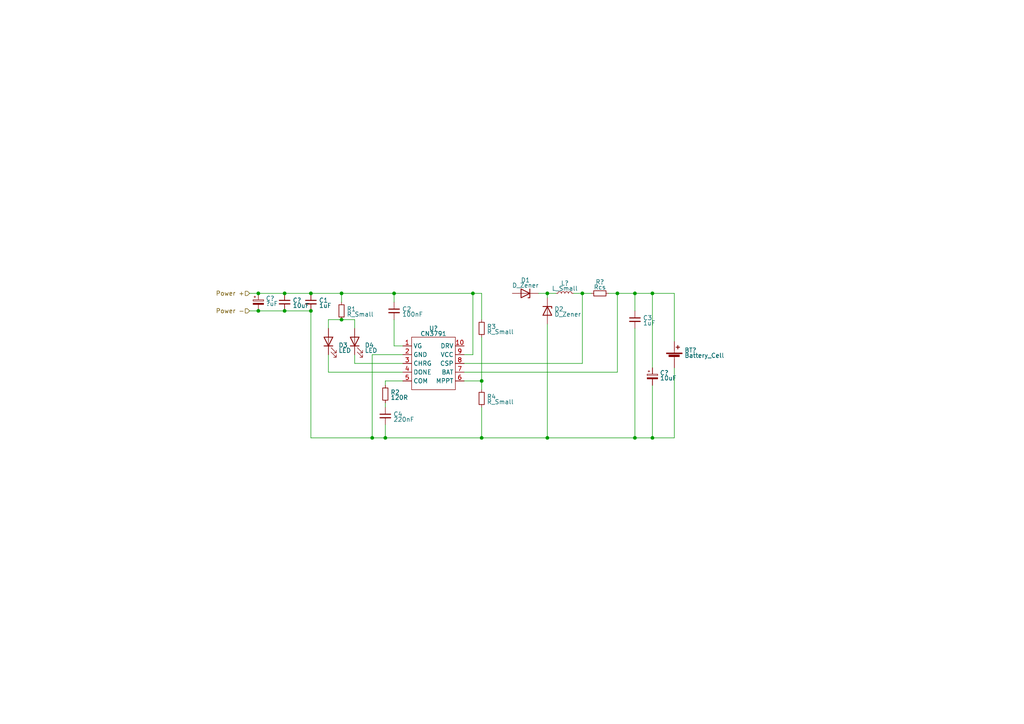
<source format=kicad_sch>
(kicad_sch (version 20220104) (generator eeschema)
  (paper "A4")
  (lib_symbols
    (symbol "CustomComponents:CN3791"
      (property "Reference" "U" (at 0 -8.89 0))
      (property "Value" "CN3791" (at 0 -11.43 0))
      (symbol "CN3791_0_1"
        (rectangle (start -6.35 7.62) (end 6.35 -7.62) (stroke (width 0.1524)))
      )
      (symbol "CN3791_1_1"
        (pin input line (at -8.89 5.08 0) (length 2.54) (name "VG") (number "1"))
        (pin output line (at 8.89 5.08 180) (length 2.54) (name "DRV") (number "10"))
        (pin power_out line (at -8.89 2.54 0) (length 2.54) (name "GND") (number "2"))
        (pin output line (at -8.89 0 0) (length 2.54) (name "CHRG") (number "3"))
        (pin output line (at -8.89 -2.54 0) (length 2.54) (name "DONE") (number "4"))
        (pin input line (at -8.89 -5.08 0) (length 2.54) (name "COM") (number "5"))
        (pin input line (at 8.89 -5.08 180) (length 2.54) (name "MPPT") (number "6"))
        (pin input line (at 8.89 -2.54 180) (length 2.54) (name "BAT") (number "7"))
        (pin input line (at 8.89 0 180) (length 2.54) (name "CSP") (number "8"))
        (pin power_in line (at 8.89 2.54 180) (length 2.54) (name "VCC") (number "9"))
      )
    )
    (symbol "Device:Battery_Cell" (pin_numbers hide) (pin_names (offset 0) hide)
      (property "Reference" "BT" (at 2.54 2.54 0))
      (property "Value" "Battery_Cell" (at 2.54 0 0))
      (symbol "Battery_Cell_0_1"
        (rectangle (start -2.286 1.778) (end 2.286 1.524) (fill (type outline)))
        (rectangle (start -1.5748 1.1938) (end 1.4732 0.6858) (fill (type outline)))
        (polyline (pts (xy 0 0.762) (xy 0 0)))
        (polyline (pts (xy 0 1.778) (xy 0 2.54)))
        (polyline (pts (xy 0.508 3.429) (xy 1.524 3.429)) (stroke (width 0.254)))
        (polyline (pts (xy 1.016 3.937) (xy 1.016 2.921)) (stroke (width 0.254)))
      )
      (symbol "Battery_Cell_1_1"
        (pin passive line (at 0 5.08 270) (length 2.54) (name "+") (number "1"))
        (pin passive line (at 0 -2.54 90) (length 2.54) (name "-") (number "2"))
      )
    )
    (symbol "Device:C_Polarized_Small" (pin_numbers hide) (pin_names (offset 0.254) hide)
      (property "Reference" "C" (at 0.254 1.778 0))
      (property "Value" "C_Polarized_Small" (at 0.254 -2.032 0))
      (symbol "C_Polarized_Small_0_1"
        (rectangle (start -1.524 -0.3048) (end 1.524 -0.6858) (fill (type outline)))
        (rectangle (start -1.524 0.6858) (end 1.524 0.3048))
        (polyline (pts (xy -1.27 1.524) (xy -0.762 1.524)))
        (polyline (pts (xy -1.016 1.27) (xy -1.016 1.778)))
      )
      (symbol "C_Polarized_Small_1_1"
        (pin passive line (at 0 2.54 270) (length 1.8542) (name "~") (number "1"))
        (pin passive line (at 0 -2.54 90) (length 1.8542) (name "~") (number "2"))
      )
    )
    (symbol "Device:C_Small" (pin_numbers hide) (pin_names (offset 0.254) hide)
      (property "Reference" "C" (at 0.254 1.778 0))
      (property "Value" "C_Small" (at 0.254 -2.032 0))
      (symbol "C_Small_0_1"
        (polyline (pts (xy -1.524 -0.508) (xy 1.524 -0.508)) (stroke (width 0.3302)))
        (polyline (pts (xy -1.524 0.508) (xy 1.524 0.508)) (stroke (width 0.3048)))
      )
      (symbol "C_Small_1_1"
        (pin passive line (at 0 2.54 270) (length 2.032) (name "~") (number "1"))
        (pin passive line (at 0 -2.54 90) (length 2.032) (name "~") (number "2"))
      )
    )
    (symbol "Device:D_Zener" (pin_numbers hide) (pin_names (offset 1.016) hide)
      (property "Reference" "D" (at 0 2.54 0))
      (property "Value" "D_Zener" (at 0 -2.54 0))
      (symbol "D_Zener_0_1"
        (polyline (pts (xy 1.27 0) (xy -1.27 0)))
        (polyline (pts (xy -1.27 -1.27) (xy -1.27 1.27) (xy -0.762 1.27)) (stroke (width 0.254)))
        (polyline (pts (xy 1.27 -1.27) (xy 1.27 1.27) (xy -1.27 0) (xy 1.27 -1.27)) (stroke (width 0.254)))
      )
      (symbol "D_Zener_1_1"
        (pin passive line (at -3.81 0 0) (length 2.54) (name "K") (number "1"))
        (pin passive line (at 3.81 0 180) (length 2.54) (name "A") (number "2"))
      )
    )
    (symbol "Device:LED" (pin_numbers hide) (pin_names (offset 1.016) hide)
      (property "Reference" "D" (at 0 2.54 0))
      (property "Value" "LED" (at 0 -2.54 0))
      (symbol "LED_0_1"
        (polyline (pts (xy -1.27 -1.27) (xy -1.27 1.27)) (stroke (width 0.254)))
        (polyline (pts (xy -1.27 0) (xy 1.27 0)))
        (polyline (pts (xy 1.27 -1.27) (xy 1.27 1.27) (xy -1.27 0) (xy 1.27 -1.27)) (stroke (width 0.254)))
        (polyline (pts (xy -3.048 -0.762) (xy -4.572 -2.286) (xy -3.81 -2.286) (xy -4.572 -2.286) (xy -4.572 -1.524)))
        (polyline (pts (xy -1.778 -0.762) (xy -3.302 -2.286) (xy -2.54 -2.286) (xy -3.302 -2.286) (xy -3.302 -1.524)))
      )
      (symbol "LED_1_1"
        (pin passive line (at -3.81 0 0) (length 2.54) (name "K") (number "1"))
        (pin passive line (at 3.81 0 180) (length 2.54) (name "A") (number "2"))
      )
    )
    (symbol "Device:L_Small" (pin_numbers hide) (pin_names (offset 0.254) hide)
      (property "Reference" "L" (at 0.762 1.016 0))
      (property "Value" "L_Small" (at 0.762 -1.016 0))
      (symbol "L_Small_0_1"
        (arc (start 0 -2.032) (mid 0.508 -1.524) (end 0 -1.016))
        (arc (start 0 -1.016) (mid 0.508 -0.508) (end 0 0))
        (arc (start 0 0) (mid 0.508 0.508) (end 0 1.016))
        (arc (start 0 1.016) (mid 0.508 1.524) (end 0 2.032))
      )
      (symbol "L_Small_1_1"
        (pin passive line (at 0 2.54 270) (length 0.508) (name "~") (number "1"))
        (pin passive line (at 0 -2.54 90) (length 0.508) (name "~") (number "2"))
      )
    )
    (symbol "Device:R_Small" (pin_numbers hide) (pin_names (offset 0.254) hide)
      (property "Reference" "R" (at 0.762 0.508 0))
      (property "Value" "R_Small" (at 0.762 -1.016 0))
      (symbol "R_Small_0_1"
        (rectangle (start -0.762 1.778) (end 0.762 -1.778) (stroke (width 0.2032)))
      )
      (symbol "R_Small_1_1"
        (pin passive line (at 0 2.54 270) (length 0.762) (name "~") (number "1"))
        (pin passive line (at 0 -2.54 90) (length 0.762) (name "~") (number "2"))
      )
    )
  )
  (junction (at 137.16 85.09))
  (junction (at 90.17 85.09))
  (junction (at 82.55 85.09))
  (junction (at 82.55 90.17))
  (junction (at 111.76 127))
  (junction (at 189.23 85.09))
  (junction (at 114.3 85.09))
  (junction (at 184.15 85.09))
  (junction (at 90.17 90.17))
  (junction (at 74.93 85.09))
  (junction (at 158.75 85.09))
  (junction (at 107.95 127))
  (junction (at 139.7 110.49))
  (junction (at 99.06 85.09))
  (junction (at 74.93 90.17))
  (junction (at 179.07 85.09))
  (junction (at 168.91 85.09))
  (junction (at 139.7 127))
  (junction (at 184.15 127))
  (junction (at 158.75 127))
  (junction (at 189.23 127))
  (junction (at 99.06 92.71))
  (wire (pts (xy 99.06 92.71) (xy 102.87 92.71)))
  (wire (pts (xy 95.25 107.95) (xy 95.25 102.87)))
  (wire (pts (xy 137.16 85.09) (xy 114.3 85.09)))
  (wire (pts (xy 168.91 85.09) (xy 171.45 85.09)))
  (wire (pts (xy 90.17 90.17) (xy 90.17 127)))
  (wire (pts (xy 139.7 85.09) (xy 137.16 85.09)))
  (wire (pts (xy 90.17 127) (xy 107.95 127)))
  (wire (pts (xy 195.58 106.68) (xy 195.58 127)))
  (wire (pts (xy 184.15 90.17) (xy 184.15 85.09)))
  (wire (pts (xy 102.87 92.71) (xy 102.87 95.25)))
  (wire (pts (xy 195.58 99.06) (xy 195.58 85.09)))
  (wire (pts (xy 134.62 107.95) (xy 179.07 107.95)))
  (wire (pts (xy 114.3 85.09) (xy 99.06 85.09)))
  (wire (pts (xy 156.21 85.09) (xy 158.75 85.09)))
  (wire (pts (xy 189.23 127) (xy 195.58 127)))
  (wire (pts (xy 158.75 85.09) (xy 158.75 86.36)))
  (wire (pts (xy 139.7 113.03) (xy 139.7 110.49)))
  (wire (pts (xy 102.87 105.41) (xy 116.84 105.41)))
  (wire (pts (xy 72.39 90.17) (xy 74.93 90.17)))
  (wire (pts (xy 139.7 127) (xy 139.7 118.11)))
  (wire (pts (xy 134.62 102.87) (xy 137.16 102.87)))
  (wire (pts (xy 184.15 85.09) (xy 179.07 85.09)))
  (wire (pts (xy 137.16 102.87) (xy 137.16 85.09)))
  (wire (pts (xy 111.76 111.76) (xy 111.76 110.49)))
  (wire (pts (xy 179.07 85.09) (xy 176.53 85.09)))
  (wire (pts (xy 74.93 85.09) (xy 82.55 85.09)))
  (wire (pts (xy 95.25 95.25) (xy 95.25 92.71)))
  (wire (pts (xy 139.7 97.79) (xy 139.7 110.49)))
  (wire (pts (xy 95.25 92.71) (xy 99.06 92.71)))
  (wire (pts (xy 184.15 85.09) (xy 189.23 85.09)))
  (wire (pts (xy 158.75 85.09) (xy 161.29 85.09)))
  (wire (pts (xy 168.91 85.09) (xy 168.91 105.41)))
  (wire (pts (xy 114.3 87.63) (xy 114.3 85.09)))
  (wire (pts (xy 116.84 102.87) (xy 107.95 102.87)))
  (wire (pts (xy 184.15 95.25) (xy 184.15 127)))
  (wire (pts (xy 184.15 127) (xy 158.75 127)))
  (wire (pts (xy 168.91 105.41) (xy 134.62 105.41)))
  (wire (pts (xy 111.76 127) (xy 139.7 127)))
  (wire (pts (xy 111.76 110.49) (xy 116.84 110.49)))
  (wire (pts (xy 114.3 100.33) (xy 116.84 100.33)))
  (wire (pts (xy 158.75 127) (xy 139.7 127)))
  (wire (pts (xy 99.06 85.09) (xy 90.17 85.09)))
  (wire (pts (xy 72.39 85.09) (xy 74.93 85.09)))
  (wire (pts (xy 116.84 107.95) (xy 95.25 107.95)))
  (wire (pts (xy 102.87 102.87) (xy 102.87 105.41)))
  (wire (pts (xy 82.55 85.09) (xy 90.17 85.09)))
  (wire (pts (xy 189.23 106.68) (xy 189.23 85.09)))
  (wire (pts (xy 189.23 111.76) (xy 189.23 127)))
  (wire (pts (xy 74.93 90.17) (xy 82.55 90.17)))
  (wire (pts (xy 114.3 92.71) (xy 114.3 100.33)))
  (wire (pts (xy 158.75 93.98) (xy 158.75 127)))
  (wire (pts (xy 99.06 85.09) (xy 99.06 87.63)))
  (wire (pts (xy 111.76 123.19) (xy 111.76 127)))
  (wire (pts (xy 111.76 116.84) (xy 111.76 118.11)))
  (wire (pts (xy 107.95 102.87) (xy 107.95 127)))
  (wire (pts (xy 139.7 110.49) (xy 134.62 110.49)))
  (wire (pts (xy 82.55 90.17) (xy 90.17 90.17)))
  (wire (pts (xy 166.37 85.09) (xy 168.91 85.09)))
  (wire (pts (xy 139.7 92.71) (xy 139.7 85.09)))
  (wire (pts (xy 179.07 107.95) (xy 179.07 85.09)))
  (wire (pts (xy 184.15 127) (xy 189.23 127)))
  (wire (pts (xy 189.23 85.09) (xy 195.58 85.09)))
  (wire (pts (xy 107.95 127) (xy 111.76 127)))
  (hierarchical_label "Power +" (shape input) (at 72.39 85.09 180))
  (hierarchical_label "Power -" (shape input) (at 72.39 90.17 180))
  (symbol (lib_id "Device:R_Small") (at 111.76 114.3 0) (unit 1)
    (property "Reference" "R2" (at 113.2586 113.7793 0) (effects (justify left)))
    (property "Value" "120R" (at 113.2586 115.3033 0) (effects (justify left)))
  )
  (symbol (lib_id "Device:C_Small") (at 114.3 90.17 0) (unit 1)
    (property "Reference" "C2" (at 116.6241 89.6556 0) (effects (justify left)))
    (property "Value" "100nF" (at 116.6241 91.1796 0) (effects (justify left)))
  )
  (symbol (lib_id "Device:C_Small") (at 82.55 87.63 0) (unit 1)
    (property "Reference" "C?" (at 84.8741 87.1156 0) (effects (justify left)))
    (property "Value" "10uF" (at 84.8741 88.6396 0) (effects (justify left)))
  )
  (symbol (lib_id "Device:C_Small") (at 111.76 120.65 0) (unit 1)
    (property "Reference" "C4" (at 114.0841 120.1356 0) (effects (justify left)))
    (property "Value" "220nF" (at 114.0841 121.6596 0) (effects (justify left)))
  )
  (symbol (lib_id "Device:LED") (at 102.87 99.06 90) (unit 1)
    (property "Reference" "D4" (at 105.791 100.1268 90) (effects (justify right)))
    (property "Value" "LED" (at 105.791 101.6508 90) (effects (justify right)))
  )
  (symbol (lib_id "CustomComponents:CN3791") (at 125.73 105.41 0) (unit 1)
    (property "Reference" "U?" (at 125.73 95.25 0))
    (property "Value" "CN3791" (at 125.73 96.7994 0))
    (property "Footprint" "Package_SO:SSOP-10_3.9x4.9mm_P1.00mm" (effects hide))
    (property "Datasheet" "http://www.consonance-elec.com/pdf/datasheet/DSE-CN3791.pdf" (effects hide))
  )
  (symbol (lib_id "Device:R_Small") (at 99.06 90.17 0) (unit 1)
    (property "Reference" "R1" (at 100.5586 89.6493 0) (effects (justify left)))
    (property "Value" "R_Small" (at 100.5586 91.1733 0) (effects (justify left)))
  )
  (symbol (lib_id "Device:Battery_Cell") (at 195.58 104.14 0) (unit 1)
    (property "Reference" "BT?" (at 198.501 101.5873 0) (effects (justify left)))
    (property "Value" "Battery_Cell" (at 198.501 103.1113 0) (effects (justify left)))
  )
  (symbol (lib_id "Device:LED") (at 95.25 99.06 90) (unit 1)
    (property "Reference" "D3" (at 98.171 100.1268 90) (effects (justify right)))
    (property "Value" "LED" (at 98.171 101.6508 90) (effects (justify right)))
  )
  (symbol (lib_id "Device:C_Small") (at 90.17 87.63 0) (unit 1)
    (property "Reference" "C1" (at 92.4941 87.1156 0) (effects (justify left)))
    (property "Value" "1uF" (at 92.4941 88.6396 0) (effects (justify left)))
  )
  (symbol (lib_id "Device:R_Small") (at 139.7 115.57 0) (unit 1)
    (property "Reference" "R4" (at 141.1986 115.0493 0) (effects (justify left)))
    (property "Value" "R_Small" (at 141.1986 116.5733 0) (effects (justify left)))
  )
  (symbol (lib_id "Device:C_Polarized_Small") (at 189.23 109.22 0) (unit 1)
    (property "Reference" "C?" (at 191.389 108.1532 0) (effects (justify left)))
    (property "Value" "10uF" (at 191.389 109.6772 0) (effects (justify left)))
  )
  (symbol (lib_id "Device:D_Zener") (at 152.4 85.09 180) (unit 1)
    (property "Reference" "D1" (at 152.4 81.2546 0))
    (property "Value" "D_Zener" (at 152.4 82.7786 0))
  )
  (symbol (lib_id "Device:D_Zener") (at 158.75 90.17 270) (unit 1)
    (property "Reference" "D2" (at 160.782 89.6493 90) (effects (justify left)))
    (property "Value" "D_Zener" (at 160.782 91.1733 90) (effects (justify left)))
  )
  (symbol (lib_id "Device:C_Small") (at 184.15 92.71 0) (unit 1)
    (property "Reference" "C3" (at 186.4741 92.1956 0) (effects (justify left)))
    (property "Value" "1uF" (at 186.4741 93.7196 0) (effects (justify left)))
  )
  (symbol (lib_id "Device:L_Small") (at 163.83 85.09 90) (unit 1)
    (property "Reference" "L?" (at 163.83 82.1436 90))
    (property "Value" "L_Small" (at 163.83 83.6676 90))
  )
  (symbol (lib_id "Device:C_Polarized_Small") (at 74.93 87.63 0) (unit 1)
    (property "Reference" "C?" (at 77.089 86.5632 0) (effects (justify left)))
    (property "Value" "?uF" (at 77.089 88.0872 0) (effects (justify left)))
  )
  (symbol (lib_id "Device:R_Small") (at 173.99 85.09 90) (unit 1)
    (property "Reference" "R?" (at 173.99 81.788 90))
    (property "Value" "Rcs" (at 173.99 83.312 90))
  )
  (symbol (lib_id "Device:R_Small") (at 139.7 95.25 0) (unit 1)
    (property "Reference" "R3" (at 141.1986 94.7293 0) (effects (justify left)))
    (property "Value" "R_Small" (at 141.1986 96.2533 0) (effects (justify left)))
  )
)
</source>
